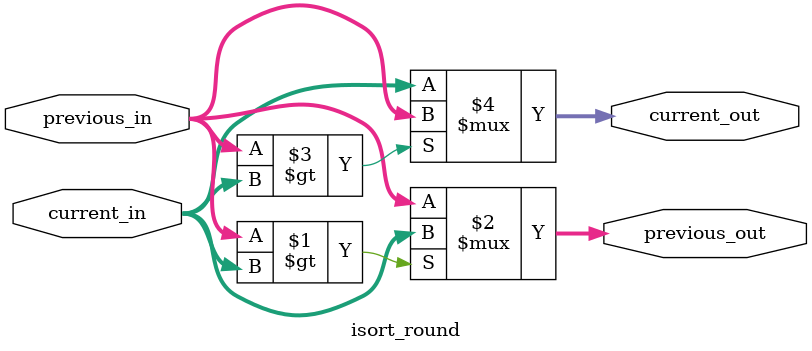
<source format=v>
module isort_round (
input wire [7:0] previous_in,
input wire [7:0] current_in,
output wire [7:0] previous_out,
output wire [7:0] current_out
);
assign previous_out = (previous_in > current_in) ? current_in : previous_in;
assign current_out  = (previous_in > current_in) ? previous_in : current_in;
endmodule

</source>
